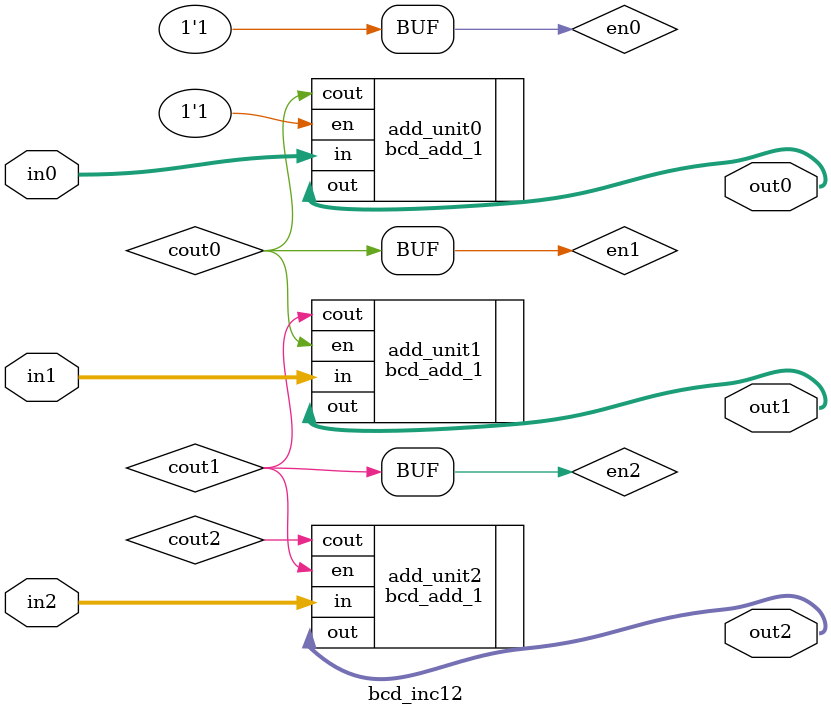
<source format=v>
`timescale 1ns / 1ps

module bcd_inc12(
    input [3:0] in0,
    input [3:0] in1,
    input [3:0] in2,
    output [3:0] out0,
    output [3:0] out1,
    output [3:0] out2
    );

	wire en0, en1, en2, cout0, cout1, cout2;

	// Instantiate single digit adder for every input
	bcd_add_1 add_unit0(.in(in0), .en(en0), .out(out0), .cout(cout0));
	bcd_add_1 add_unit1(.in(in1), .en(en1), .out(out1), .cout(cout1));
	bcd_add_1 add_unit2(.in(in2), .en(en2), .out(out2), .cout(cout2));
	
	assign en0 = 1'b1;
	assign en1 = cout0;
	assign en2 = cout1;

endmodule

</source>
